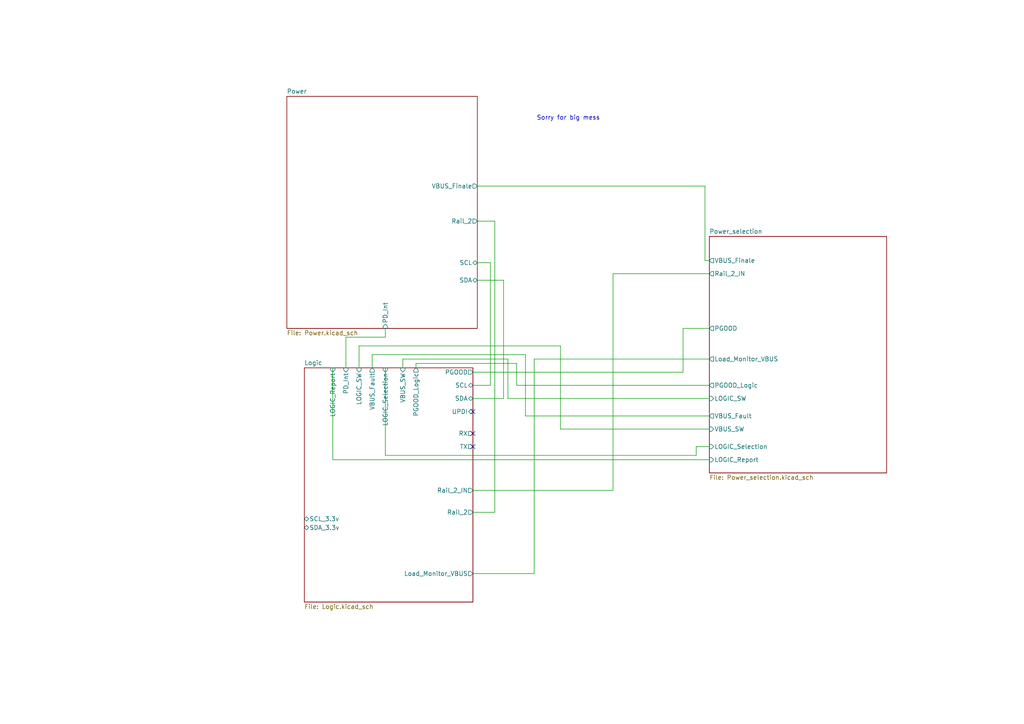
<source format=kicad_sch>
(kicad_sch
	(version 20250114)
	(generator "eeschema")
	(generator_version "9.0")
	(uuid "a370047b-ebc6-4236-825e-9462ba7e4392")
	(paper "A4")
	(title_block
		(title "USB PD PPS for breadboards")
		(date "2025-05-01")
		(rev "V1")
		(comment 1 "Licensed under CC BY-NC-SA 4.0 (c) 2025 Shinui")
	)
	(lib_symbols)
	(text "Sorry for big mess"
		(exclude_from_sim no)
		(at 164.846 34.29 0)
		(effects
			(font
				(size 1.27 1.27)
			)
		)
		(uuid "ca5fec8f-159e-4bfd-8f24-c167adec3ec3")
	)
	(no_connect
		(at 137.16 129.54)
		(uuid "7a5da681-6bb5-49a9-ae33-81dbb594e692")
	)
	(no_connect
		(at 137.16 119.38)
		(uuid "cbe570d2-acee-40cb-b1cd-091173530b0d")
	)
	(no_connect
		(at 137.16 125.73)
		(uuid "fa6c2d77-4cf3-4331-8027-e5cbc85e64a3")
	)
	(wire
		(pts
			(xy 198.12 107.95) (xy 198.12 95.25)
		)
		(stroke
			(width 0)
			(type default)
		)
		(uuid "0a626082-acbf-4e06-9da3-f8e1fd9d1028")
	)
	(wire
		(pts
			(xy 137.16 115.57) (xy 146.05 115.57)
		)
		(stroke
			(width 0)
			(type default)
		)
		(uuid "0cbf95d6-2daa-4a78-85f4-83d6af7bf58d")
	)
	(wire
		(pts
			(xy 142.24 76.2) (xy 138.43 76.2)
		)
		(stroke
			(width 0)
			(type default)
		)
		(uuid "109e46be-fb56-41fa-bf1e-288ea6d96ec0")
	)
	(wire
		(pts
			(xy 100.33 97.79) (xy 100.33 106.68)
		)
		(stroke
			(width 0)
			(type default)
		)
		(uuid "14037cd8-ba30-4f4e-9ffa-753c84433043")
	)
	(wire
		(pts
			(xy 116.84 104.14) (xy 116.84 106.68)
		)
		(stroke
			(width 0)
			(type default)
		)
		(uuid "15002fac-9ad8-47dd-87ab-ba709aa4728f")
	)
	(wire
		(pts
			(xy 107.95 102.87) (xy 107.95 106.68)
		)
		(stroke
			(width 0)
			(type default)
		)
		(uuid "15090d09-1dad-4e1e-8173-53e49c305b7c")
	)
	(wire
		(pts
			(xy 96.52 133.35) (xy 96.52 106.68)
		)
		(stroke
			(width 0)
			(type default)
		)
		(uuid "17fe75cc-fcec-4d18-b39d-6bdefedce36a")
	)
	(wire
		(pts
			(xy 137.16 142.24) (xy 177.8 142.24)
		)
		(stroke
			(width 0)
			(type default)
		)
		(uuid "2c18d289-ef78-4b1e-8e70-6b5d8236a7ac")
	)
	(wire
		(pts
			(xy 137.16 148.59) (xy 143.51 148.59)
		)
		(stroke
			(width 0)
			(type default)
		)
		(uuid "2fb660a0-4b35-4428-8bfb-6c72b5099ab4")
	)
	(wire
		(pts
			(xy 111.76 97.79) (xy 100.33 97.79)
		)
		(stroke
			(width 0)
			(type default)
		)
		(uuid "31655e87-4c1c-4b1e-87de-c15993b52bb3")
	)
	(wire
		(pts
			(xy 204.47 75.565) (xy 205.74 75.565)
		)
		(stroke
			(width 0)
			(type default)
		)
		(uuid "3240463c-e4d0-490f-b527-c47fcd48ae8a")
	)
	(wire
		(pts
			(xy 152.4 102.87) (xy 107.95 102.87)
		)
		(stroke
			(width 0)
			(type default)
		)
		(uuid "33e6b794-5e70-4876-8da1-052722aa3090")
	)
	(wire
		(pts
			(xy 120.65 105.41) (xy 120.65 106.68)
		)
		(stroke
			(width 0)
			(type default)
		)
		(uuid "3a8b8fc2-b8d6-48ae-ba29-bfb5f85ca2cb")
	)
	(wire
		(pts
			(xy 205.74 133.35) (xy 96.52 133.35)
		)
		(stroke
			(width 0)
			(type default)
		)
		(uuid "4b5353d2-56a6-4ab2-b2da-ba2f6358e5b2")
	)
	(wire
		(pts
			(xy 205.74 111.76) (xy 149.86 111.76)
		)
		(stroke
			(width 0)
			(type default)
		)
		(uuid "5106d068-4cb3-47d9-8969-ff4c2b9b0afd")
	)
	(wire
		(pts
			(xy 154.94 166.37) (xy 137.16 166.37)
		)
		(stroke
			(width 0)
			(type default)
		)
		(uuid "56eb0c68-6f26-41be-91cb-8563d72cde0e")
	)
	(wire
		(pts
			(xy 204.47 53.975) (xy 204.47 75.565)
		)
		(stroke
			(width 0)
			(type default)
		)
		(uuid "59e14c51-5eb8-40ae-9e58-21eb38c1b2d9")
	)
	(wire
		(pts
			(xy 147.32 115.57) (xy 147.32 104.14)
		)
		(stroke
			(width 0)
			(type default)
		)
		(uuid "66c9c58e-fbce-48ec-9854-eef817276e00")
	)
	(wire
		(pts
			(xy 137.16 107.95) (xy 198.12 107.95)
		)
		(stroke
			(width 0)
			(type default)
		)
		(uuid "69261b88-1d3f-4b68-846e-490d6fd47f54")
	)
	(wire
		(pts
			(xy 205.74 120.65) (xy 152.4 120.65)
		)
		(stroke
			(width 0)
			(type default)
		)
		(uuid "6f285cf1-9332-4cef-8c0b-69eaba6ac781")
	)
	(wire
		(pts
			(xy 149.86 105.41) (xy 120.65 105.41)
		)
		(stroke
			(width 0)
			(type default)
		)
		(uuid "708c9b80-379d-4ef6-98a7-93757bd36fb8")
	)
	(wire
		(pts
			(xy 205.74 104.14) (xy 154.94 104.14)
		)
		(stroke
			(width 0)
			(type default)
		)
		(uuid "73b72f9a-2310-417e-a9ec-847892868ace")
	)
	(wire
		(pts
			(xy 177.8 142.24) (xy 177.8 79.375)
		)
		(stroke
			(width 0)
			(type default)
		)
		(uuid "786790d9-1a8f-40d0-92e4-b734a5b63c1f")
	)
	(wire
		(pts
			(xy 143.51 64.135) (xy 138.43 64.135)
		)
		(stroke
			(width 0)
			(type default)
		)
		(uuid "7924fa89-eab8-491b-9761-75a5ea4f84d6")
	)
	(wire
		(pts
			(xy 198.12 95.25) (xy 205.74 95.25)
		)
		(stroke
			(width 0)
			(type default)
		)
		(uuid "7eab46de-5ca7-4bc9-9b33-727cd926618c")
	)
	(wire
		(pts
			(xy 146.05 115.57) (xy 146.05 81.28)
		)
		(stroke
			(width 0)
			(type default)
		)
		(uuid "84a8f570-2961-45f2-85a6-a78a2fbd1ffb")
	)
	(wire
		(pts
			(xy 152.4 120.65) (xy 152.4 102.87)
		)
		(stroke
			(width 0)
			(type default)
		)
		(uuid "85c45994-1839-4729-8466-fd3f466cedfa")
	)
	(wire
		(pts
			(xy 143.51 148.59) (xy 143.51 64.135)
		)
		(stroke
			(width 0)
			(type default)
		)
		(uuid "89c32974-e2ce-4fd1-9b81-48b533f3bbee")
	)
	(wire
		(pts
			(xy 111.76 132.08) (xy 201.93 132.08)
		)
		(stroke
			(width 0)
			(type default)
		)
		(uuid "99bd14a8-5641-40ab-91b8-ffeeeb8caa09")
	)
	(wire
		(pts
			(xy 162.56 124.46) (xy 162.56 100.33)
		)
		(stroke
			(width 0)
			(type default)
		)
		(uuid "9f54b0f6-fbba-45e4-9888-6bf4c45928fc")
	)
	(wire
		(pts
			(xy 137.16 111.76) (xy 142.24 111.76)
		)
		(stroke
			(width 0)
			(type default)
		)
		(uuid "ad416699-943d-4b04-a16a-1600a83d0adc")
	)
	(wire
		(pts
			(xy 154.94 104.14) (xy 154.94 166.37)
		)
		(stroke
			(width 0)
			(type default)
		)
		(uuid "af0c9c3a-ef1b-4f1e-bd2a-ffb1f4f78bbf")
	)
	(wire
		(pts
			(xy 177.8 79.375) (xy 205.74 79.375)
		)
		(stroke
			(width 0)
			(type default)
		)
		(uuid "bdf6b1a6-2648-4fee-ad72-f1e5ff17cf9c")
	)
	(wire
		(pts
			(xy 205.74 124.46) (xy 162.56 124.46)
		)
		(stroke
			(width 0)
			(type default)
		)
		(uuid "c4bbfa6e-bdc4-40cb-9b9b-db749af3b5e6")
	)
	(wire
		(pts
			(xy 201.93 132.08) (xy 201.93 129.54)
		)
		(stroke
			(width 0)
			(type default)
		)
		(uuid "cbbd62f7-c7b7-41a7-9137-cd627f7fd3aa")
	)
	(wire
		(pts
			(xy 201.93 129.54) (xy 205.74 129.54)
		)
		(stroke
			(width 0)
			(type default)
		)
		(uuid "cc4b6efa-b50f-44a6-8492-18fb8a0ae9bd")
	)
	(wire
		(pts
			(xy 146.05 81.28) (xy 138.43 81.28)
		)
		(stroke
			(width 0)
			(type default)
		)
		(uuid "ce490242-49b3-495a-92dd-c75c1cdafcec")
	)
	(wire
		(pts
			(xy 104.14 100.33) (xy 104.14 106.68)
		)
		(stroke
			(width 0)
			(type default)
		)
		(uuid "ce8e3ce4-fb43-4501-9665-ab7dae24af4d")
	)
	(wire
		(pts
			(xy 142.24 111.76) (xy 142.24 76.2)
		)
		(stroke
			(width 0)
			(type default)
		)
		(uuid "dec3309c-c6e3-4964-bfab-ebc3240a9901")
	)
	(wire
		(pts
			(xy 111.76 106.68) (xy 111.76 132.08)
		)
		(stroke
			(width 0)
			(type default)
		)
		(uuid "e93ae2dd-7138-441a-855c-32891ec31808")
	)
	(wire
		(pts
			(xy 147.32 104.14) (xy 116.84 104.14)
		)
		(stroke
			(width 0)
			(type default)
		)
		(uuid "ed96949f-c552-4279-a220-ce40aad337a0")
	)
	(wire
		(pts
			(xy 138.43 53.975) (xy 204.47 53.975)
		)
		(stroke
			(width 0)
			(type default)
		)
		(uuid "eec1cc90-570e-4bb8-bb36-229b699542cf")
	)
	(wire
		(pts
			(xy 162.56 100.33) (xy 104.14 100.33)
		)
		(stroke
			(width 0)
			(type default)
		)
		(uuid "f0365040-f2dc-4784-9956-6b2ec714ee60")
	)
	(wire
		(pts
			(xy 111.76 95.25) (xy 111.76 97.79)
		)
		(stroke
			(width 0)
			(type default)
		)
		(uuid "f23e953c-3cbb-4f4b-8066-3a24bfb4c70b")
	)
	(wire
		(pts
			(xy 149.86 111.76) (xy 149.86 105.41)
		)
		(stroke
			(width 0)
			(type default)
		)
		(uuid "f616b81a-fb11-4f44-9c15-9b6bca4e798e")
	)
	(wire
		(pts
			(xy 205.74 115.57) (xy 147.32 115.57)
		)
		(stroke
			(width 0)
			(type default)
		)
		(uuid "ffd0864a-89e1-4bdd-8447-ab882a6d911d")
	)
	(sheet
		(at 88.265 106.68)
		(size 48.895 67.945)
		(exclude_from_sim no)
		(in_bom yes)
		(on_board yes)
		(dnp no)
		(fields_autoplaced yes)
		(stroke
			(width 0.1524)
			(type solid)
		)
		(fill
			(color 0 0 0 0.0000)
		)
		(uuid "bd19bb82-a076-4c57-9538-864609224ca0")
		(property "Sheetname" "Logic"
			(at 88.265 105.9684 0)
			(effects
				(font
					(size 1.27 1.27)
				)
				(justify left bottom)
			)
		)
		(property "Sheetfile" "Logic.kicad_sch"
			(at 88.265 175.2096 0)
			(effects
				(font
					(size 1.27 1.27)
				)
				(justify left top)
			)
		)
		(pin "PGOOD_Logic" output
			(at 120.65 106.68 90)
			(uuid "7fe315ad-b689-49c6-83ac-f291f6fa3e0d")
			(effects
				(font
					(size 1.27 1.27)
				)
				(justify right)
			)
		)
		(pin "SDA" bidirectional
			(at 137.16 115.57 0)
			(uuid "e04dffc5-9286-4933-bc95-f74d8c45c0af")
			(effects
				(font
					(size 1.27 1.27)
				)
				(justify right)
			)
		)
		(pin "UPDI" input
			(at 137.16 119.38 0)
			(uuid "8142a957-40cb-42bc-94d4-4704d2e9b612")
			(effects
				(font
					(size 1.27 1.27)
				)
				(justify right)
			)
		)
		(pin "VBUS_SW" input
			(at 116.84 106.68 90)
			(uuid "7ff4f967-bae4-4e72-95e2-ad70a5ad1221")
			(effects
				(font
					(size 1.27 1.27)
				)
				(justify right)
			)
		)
		(pin "LOGIC_Selection" input
			(at 111.76 106.68 90)
			(uuid "42d1144e-8647-4c3f-bba6-fc8767042894")
			(effects
				(font
					(size 1.27 1.27)
				)
				(justify right)
			)
		)
		(pin "Load_Monitor_VBUS" output
			(at 137.16 166.37 0)
			(uuid "372d2a59-c896-44ee-9fd0-832aa0c22186")
			(effects
				(font
					(size 1.27 1.27)
				)
				(justify right)
			)
		)
		(pin "VBUS_Fault" output
			(at 107.95 106.68 90)
			(uuid "8988f667-a241-48a8-902c-5d38d91b0bb7")
			(effects
				(font
					(size 1.27 1.27)
				)
				(justify right)
			)
		)
		(pin "RX" output
			(at 137.16 125.73 0)
			(uuid "7a5dddcc-2482-4975-b4ab-35e1418282ed")
			(effects
				(font
					(size 1.27 1.27)
				)
				(justify right)
			)
		)
		(pin "SCL_3.3v" bidirectional
			(at 88.265 150.495 180)
			(uuid "19b37b44-39c3-4dfc-8eec-9ada75a65c00")
			(effects
				(font
					(size 1.27 1.27)
				)
				(justify left)
			)
		)
		(pin "TX" output
			(at 137.16 129.54 0)
			(uuid "1303fff0-f5ab-4d7a-a1f1-690a60a0c750")
			(effects
				(font
					(size 1.27 1.27)
				)
				(justify right)
			)
		)
		(pin "SDA_3.3v" bidirectional
			(at 88.265 153.035 180)
			(uuid "e6f0d516-0b43-4e51-a100-a28484854a06")
			(effects
				(font
					(size 1.27 1.27)
				)
				(justify left)
			)
		)
		(pin "LOGIC_SW" input
			(at 104.14 106.68 90)
			(uuid "3ede5c73-9bab-4531-846c-ed1e9634a8d3")
			(effects
				(font
					(size 1.27 1.27)
				)
				(justify right)
			)
		)
		(pin "PD_Int" input
			(at 100.33 106.68 90)
			(uuid "87074326-c3bf-4598-879f-2b0fc02ecbe9")
			(effects
				(font
					(size 1.27 1.27)
				)
				(justify right)
			)
		)
		(pin "SCL" bidirectional
			(at 137.16 111.76 0)
			(uuid "ff3d25a6-3185-4a34-92e0-fdd899fb9195")
			(effects
				(font
					(size 1.27 1.27)
				)
				(justify right)
			)
		)
		(pin "LOGIC_Report" input
			(at 96.52 106.68 90)
			(uuid "94b240f2-6a63-48a6-84e6-f5c3f3ebe033")
			(effects
				(font
					(size 1.27 1.27)
				)
				(justify right)
			)
		)
		(pin "Rail_2_IN" output
			(at 137.16 142.24 0)
			(uuid "7206ddd1-9997-41a7-b693-676755f4559e")
			(effects
				(font
					(size 1.27 1.27)
				)
				(justify right)
			)
		)
		(pin "Rail_2" output
			(at 137.16 148.59 0)
			(uuid "5002b220-0d0a-496f-a41f-e4cad408fb28")
			(effects
				(font
					(size 1.27 1.27)
				)
				(justify right)
			)
		)
		(pin "PGOOD" output
			(at 137.16 107.95 0)
			(uuid "852831d3-ecad-4ac9-a4e1-652d21ce0c3f")
			(effects
				(font
					(size 1.27 1.27)
				)
				(justify right)
			)
		)
		(instances
			(project "CYPD3177_3.3V_V2_+_OLED"
				(path "/a370047b-ebc6-4236-825e-9462ba7e4392"
					(page "2")
				)
			)
		)
	)
	(sheet
		(at 205.74 68.58)
		(size 51.435 68.58)
		(exclude_from_sim no)
		(in_bom yes)
		(on_board yes)
		(dnp no)
		(fields_autoplaced yes)
		(stroke
			(width 0.1524)
			(type solid)
		)
		(fill
			(color 0 0 0 0.0000)
		)
		(uuid "ed97b83e-5e05-4a40-92ea-fb87b568f4be")
		(property "Sheetname" "Power_selection"
			(at 205.74 67.8684 0)
			(effects
				(font
					(size 1.27 1.27)
				)
				(justify left bottom)
			)
		)
		(property "Sheetfile" "Power_selection.kicad_sch"
			(at 205.74 137.7446 0)
			(effects
				(font
					(size 1.27 1.27)
				)
				(justify left top)
			)
		)
		(pin "VBUS_Finale" output
			(at 205.74 75.565 180)
			(uuid "0805f5db-8c49-4341-8496-dd0f4858f81c")
			(effects
				(font
					(size 1.27 1.27)
				)
				(justify left)
			)
		)
		(pin "LOGIC_Report" input
			(at 205.74 133.35 180)
			(uuid "085c9997-94f0-4f66-9669-a1c3ce74c6cf")
			(effects
				(font
					(size 1.27 1.27)
				)
				(justify left)
			)
		)
		(pin "LOGIC_Selection" input
			(at 205.74 129.54 180)
			(uuid "e43cac74-2c13-4ef6-a8e3-b4fc2fde1f50")
			(effects
				(font
					(size 1.27 1.27)
				)
				(justify left)
			)
		)
		(pin "VBUS_SW" input
			(at 205.74 124.46 180)
			(uuid "7899f490-70cb-4bba-9075-a99bed6afc40")
			(effects
				(font
					(size 1.27 1.27)
				)
				(justify left)
			)
		)
		(pin "VBUS_Fault" output
			(at 205.74 120.65 180)
			(uuid "2e279d49-3bda-4310-960d-1baa5f8c1809")
			(effects
				(font
					(size 1.27 1.27)
				)
				(justify left)
			)
		)
		(pin "LOGIC_SW" input
			(at 205.74 115.57 180)
			(uuid "e39c3e94-41be-4dd6-bc25-c86c5f056096")
			(effects
				(font
					(size 1.27 1.27)
				)
				(justify left)
			)
		)
		(pin "Load_Monitor_VBUS" output
			(at 205.74 104.14 180)
			(uuid "5215f7c7-320e-49e8-a711-85bdef56b44f")
			(effects
				(font
					(size 1.27 1.27)
				)
				(justify left)
			)
		)
		(pin "PGOOD_Logic" output
			(at 205.74 111.76 180)
			(uuid "37168094-8edc-4c75-8c24-97fda8fad658")
			(effects
				(font
					(size 1.27 1.27)
				)
				(justify left)
			)
		)
		(pin "Rail_2_IN" output
			(at 205.74 79.375 180)
			(uuid "b9121bb6-28e3-44f3-8298-c1f5903ef371")
			(effects
				(font
					(size 1.27 1.27)
				)
				(justify left)
			)
		)
		(pin "PGOOD" output
			(at 205.74 95.25 180)
			(uuid "dd694049-d7ab-4d1f-99f5-868e2fcbb02a")
			(effects
				(font
					(size 1.27 1.27)
				)
				(justify left)
			)
		)
		(instances
			(project "CYPD3177_3.3V_V2_+_OLED"
				(path "/a370047b-ebc6-4236-825e-9462ba7e4392"
					(page "4")
				)
			)
		)
	)
	(sheet
		(at 83.185 27.94)
		(size 55.245 67.31)
		(exclude_from_sim no)
		(in_bom yes)
		(on_board yes)
		(dnp no)
		(fields_autoplaced yes)
		(stroke
			(width 0.1524)
			(type solid)
		)
		(fill
			(color 0 0 0 0.0000)
		)
		(uuid "f9278a29-edee-4e3c-b24d-7a370e39fb32")
		(property "Sheetname" "Power"
			(at 83.185 27.2284 0)
			(effects
				(font
					(size 1.27 1.27)
				)
				(justify left bottom)
			)
		)
		(property "Sheetfile" "Power.kicad_sch"
			(at 83.185 95.8346 0)
			(effects
				(font
					(size 1.27 1.27)
				)
				(justify left top)
			)
		)
		(pin "PD_Int" input
			(at 111.76 95.25 270)
			(uuid "3583706f-ea7a-400c-a87c-c30c3a8b0c26")
			(effects
				(font
					(size 1.27 1.27)
				)
				(justify left)
			)
		)
		(pin "VBUS_Finale" output
			(at 138.43 53.975 0)
			(uuid "226f4565-d18b-46e6-bf3f-052a9868f690")
			(effects
				(font
					(size 1.27 1.27)
				)
				(justify right)
			)
		)
		(pin "Rail_2" output
			(at 138.43 64.135 0)
			(uuid "b7aa6c48-3ee8-45c5-a7b2-a301fced4077")
			(effects
				(font
					(size 1.27 1.27)
				)
				(justify right)
			)
		)
		(pin "SDA" bidirectional
			(at 138.43 81.28 0)
			(uuid "a601d74d-623e-4d45-87ad-ff6f1697f307")
			(effects
				(font
					(size 1.27 1.27)
				)
				(justify right)
			)
		)
		(pin "SCL" bidirectional
			(at 138.43 76.2 0)
			(uuid "3558b16d-6fd3-4b46-9501-d5efe1f81cf6")
			(effects
				(font
					(size 1.27 1.27)
				)
				(justify right)
			)
		)
		(instances
			(project "CYPD3177_3.3V_V2_+_OLED"
				(path "/a370047b-ebc6-4236-825e-9462ba7e4392"
					(page "3")
				)
			)
		)
	)
	(sheet_instances
		(path "/"
			(page "1")
		)
	)
	(embedded_fonts no)
)

</source>
